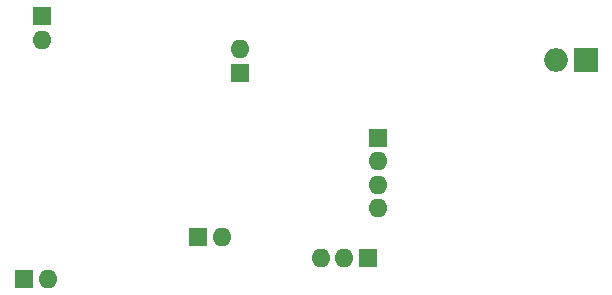
<source format=gbr>
%TF.GenerationSoftware,KiCad,Pcbnew,5.1.8+dfsg1-1~bpo10+1*%
%TF.CreationDate,2020-11-21T14:30:28+03:00*%
%TF.ProjectId,ADCandDAC,41444361-6e64-4444-9143-2e6b69636164,rev?*%
%TF.SameCoordinates,Original*%
%TF.FileFunction,Soldermask,Bot*%
%TF.FilePolarity,Negative*%
%FSLAX46Y46*%
G04 Gerber Fmt 4.6, Leading zero omitted, Abs format (unit mm)*
G04 Created by KiCad (PCBNEW 5.1.8+dfsg1-1~bpo10+1) date 2020-11-21 14:30:28*
%MOMM*%
%LPD*%
G01*
G04 APERTURE LIST*
%ADD10R,1.600000X1.600000*%
%ADD11O,1.600000X1.600000*%
%ADD12R,2.000000X2.000000*%
%ADD13O,2.000000X2.000000*%
G04 APERTURE END LIST*
D10*
%TO.C,J1*%
X8872000Y27447000D03*
D11*
X8872000Y25447000D03*
%TD*%
%TO.C,J2*%
X25636000Y24621000D03*
D10*
X25636000Y22621000D03*
%TD*%
D11*
%TO.C,J3*%
X9348000Y5222000D03*
D10*
X7348000Y5222000D03*
%TD*%
D12*
%TO.C,J4*%
X54934900Y23725900D03*
D13*
X52394900Y23725900D03*
%TD*%
D10*
%TO.C,J5*%
X22092700Y8778000D03*
D11*
X24092700Y8778000D03*
%TD*%
D10*
%TO.C,J6*%
X36456400Y7000000D03*
D11*
X34456400Y7000000D03*
X32456400Y7000000D03*
%TD*%
D10*
%TO.C,J7*%
X37320000Y17160000D03*
D11*
X37320000Y15160000D03*
X37320000Y13160000D03*
X37320000Y11160000D03*
%TD*%
M02*

</source>
